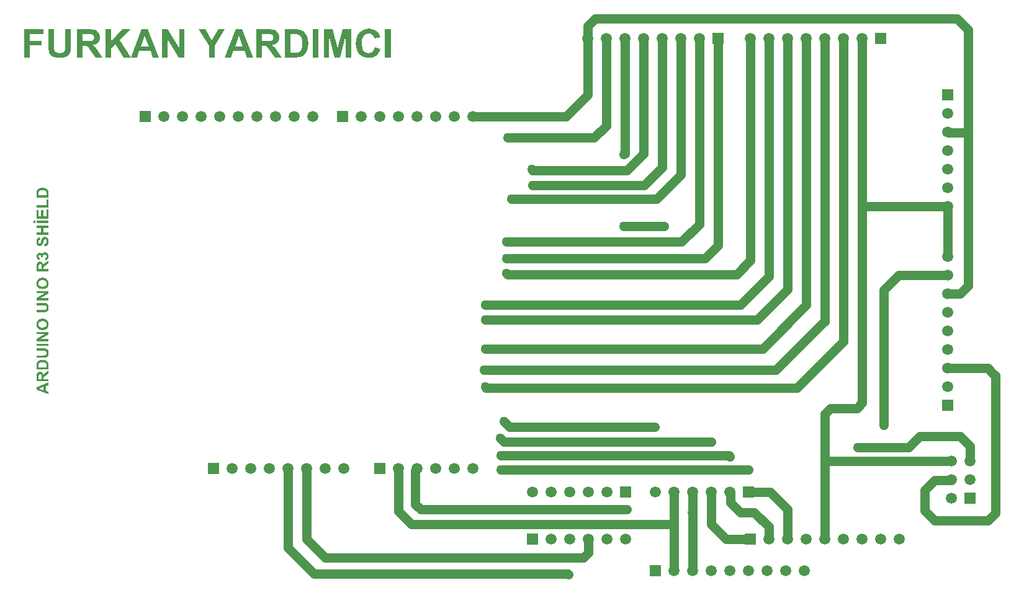
<source format=gtl>
G04*
G04 #@! TF.GenerationSoftware,Altium Limited,Altium Designer,21.0.9 (235)*
G04*
G04 Layer_Physical_Order=1*
G04 Layer_Color=255*
%FSLAX44Y44*%
%MOMM*%
G71*
G04*
G04 #@! TF.SameCoordinates,4DC3274F-E9D7-49BC-8B51-1643F64A7915*
G04*
G04*
G04 #@! TF.FilePolarity,Positive*
G04*
G01*
G75*
%ADD17C,1.2700*%
%ADD18R,1.5000X1.5000*%
%ADD19C,1.5000*%
%ADD20R,1.5000X1.5000*%
%ADD21C,1.2700*%
G36*
X596959Y893269D02*
X597570Y893214D01*
X598237Y893103D01*
X599014Y892991D01*
X599847Y892825D01*
X600736Y892603D01*
X601681Y892325D01*
X602625Y891992D01*
X603625Y891547D01*
X604569Y891103D01*
X605458Y890547D01*
X606402Y889881D01*
X607236Y889158D01*
X607291D01*
X607347Y889047D01*
X607513Y888881D01*
X607680Y888714D01*
X607902Y888436D01*
X608125Y888103D01*
X608736Y887325D01*
X609347Y886326D01*
X610013Y885103D01*
X610624Y883715D01*
X611180Y882104D01*
X603514Y880271D01*
Y880326D01*
X603458Y880382D01*
Y880548D01*
X603347Y880770D01*
X603181Y881270D01*
X602903Y881937D01*
X602514Y882715D01*
X602014Y883492D01*
X601347Y884270D01*
X600625Y884937D01*
X600514Y884992D01*
X600236Y885214D01*
X599792Y885492D01*
X599181Y885826D01*
X598403Y886159D01*
X597514Y886437D01*
X596515Y886659D01*
X595404Y886714D01*
X595015D01*
X594681Y886659D01*
X594348Y886603D01*
X593904Y886548D01*
X592959Y886326D01*
X591848Y885937D01*
X590682Y885381D01*
X590071Y885048D01*
X589515Y884659D01*
X588960Y884159D01*
X588460Y883604D01*
Y883548D01*
X588349Y883437D01*
X588238Y883270D01*
X588071Y882992D01*
X587849Y882659D01*
X587627Y882270D01*
X587404Y881770D01*
X587182Y881215D01*
X586904Y880548D01*
X586682Y879826D01*
X586460Y878993D01*
X586238Y878104D01*
X586071Y877104D01*
X585960Y876049D01*
X585905Y874882D01*
X585849Y873605D01*
Y873549D01*
Y873271D01*
Y872882D01*
X585905Y872438D01*
Y871827D01*
X586016Y871105D01*
X586071Y870383D01*
X586182Y869549D01*
X586516Y867827D01*
X586960Y866105D01*
X587238Y865272D01*
X587627Y864494D01*
X588015Y863772D01*
X588460Y863161D01*
X588515Y863106D01*
X588571Y863050D01*
X588738Y862884D01*
X588960Y862661D01*
X589515Y862217D01*
X590293Y861661D01*
X591237Y861050D01*
X592404Y860606D01*
X593737Y860217D01*
X594459Y860162D01*
X595237Y860106D01*
X595515D01*
X595737Y860162D01*
X596348Y860217D01*
X597070Y860328D01*
X597848Y860606D01*
X598736Y860939D01*
X599625Y861384D01*
X600514Y862050D01*
X600625Y862161D01*
X600903Y862439D01*
X601292Y862884D01*
X601736Y863550D01*
X602292Y864439D01*
X602792Y865494D01*
X603292Y866772D01*
X603736Y868272D01*
X611291Y865939D01*
Y865883D01*
X611235Y865661D01*
X611124Y865328D01*
X610957Y864883D01*
X610735Y864383D01*
X610513Y863772D01*
X610235Y863106D01*
X609902Y862383D01*
X609124Y860884D01*
X608125Y859328D01*
X606902Y857828D01*
X606236Y857162D01*
X605514Y856551D01*
X605458Y856495D01*
X605347Y856440D01*
X605125Y856273D01*
X604791Y856051D01*
X604403Y855829D01*
X603903Y855606D01*
X603347Y855329D01*
X602736Y855051D01*
X602014Y854718D01*
X601236Y854440D01*
X600403Y854218D01*
X599514Y853996D01*
X598570Y853773D01*
X597514Y853607D01*
X596459Y853551D01*
X595293Y853495D01*
X594959D01*
X594570Y853551D01*
X594015Y853607D01*
X593404Y853662D01*
X592626Y853773D01*
X591793Y853940D01*
X590849Y854162D01*
X589904Y854440D01*
X588904Y854773D01*
X587849Y855218D01*
X586793Y855717D01*
X585738Y856273D01*
X584682Y856995D01*
X583683Y857773D01*
X582738Y858717D01*
X582683Y858773D01*
X582516Y858939D01*
X582294Y859273D01*
X581960Y859662D01*
X581627Y860217D01*
X581183Y860828D01*
X580738Y861606D01*
X580294Y862495D01*
X579850Y863439D01*
X579405Y864494D01*
X578961Y865716D01*
X578628Y866994D01*
X578294Y868327D01*
X578072Y869827D01*
X577905Y871383D01*
X577850Y873049D01*
Y873105D01*
Y873160D01*
Y873493D01*
X577905Y873993D01*
Y874660D01*
X578017Y875438D01*
X578128Y876382D01*
X578239Y877382D01*
X578461Y878549D01*
X578739Y879715D01*
X579072Y880937D01*
X579461Y882159D01*
X579961Y883437D01*
X580516Y884659D01*
X581183Y885826D01*
X581905Y886936D01*
X582794Y887992D01*
X582849Y888047D01*
X583016Y888214D01*
X583294Y888492D01*
X583683Y888825D01*
X584183Y889214D01*
X584794Y889659D01*
X585460Y890158D01*
X586293Y890658D01*
X587182Y891158D01*
X588126Y891658D01*
X589238Y892103D01*
X590349Y892492D01*
X591626Y892825D01*
X592904Y893103D01*
X594348Y893269D01*
X595792Y893325D01*
X596459D01*
X596959Y893269D01*
D02*
G37*
G36*
X385203Y870272D02*
Y854162D01*
X377426D01*
Y870327D01*
X363372Y892603D01*
X372427D01*
X381481Y877382D01*
X390314Y892603D01*
X399257D01*
X385203Y870272D01*
D02*
G37*
G36*
X255550Y877604D02*
X270826Y854162D01*
X260772D01*
X250162Y872216D01*
X243884Y865772D01*
Y854162D01*
X236108D01*
Y892603D01*
X243884D01*
Y875493D01*
X259661Y892603D01*
X270104D01*
X255550Y877604D01*
D02*
G37*
G36*
X344207Y854162D02*
X336430D01*
X320821Y879493D01*
Y854162D01*
X313655D01*
Y892603D01*
X321154D01*
X337041Y866716D01*
Y892603D01*
X344207D01*
Y854162D01*
D02*
G37*
G36*
X571351D02*
X564185D01*
X564129Y884381D01*
X556574Y854162D01*
X549075D01*
X541520Y884381D01*
Y854162D01*
X534354D01*
Y892603D01*
X545964D01*
X552852Y866328D01*
X559685Y892603D01*
X571351D01*
Y854162D01*
D02*
G37*
G36*
X189112Y872327D02*
Y872271D01*
Y872049D01*
Y871660D01*
Y871216D01*
Y870660D01*
X189057Y869994D01*
Y869272D01*
Y868549D01*
X188946Y866939D01*
X188835Y865272D01*
X188779Y864550D01*
X188668Y863828D01*
X188557Y863161D01*
X188446Y862550D01*
Y862495D01*
X188390Y862439D01*
Y862272D01*
X188335Y862106D01*
X188168Y861550D01*
X187946Y860884D01*
X187612Y860106D01*
X187224Y859328D01*
X186724Y858495D01*
X186113Y857717D01*
X186057Y857606D01*
X185835Y857384D01*
X185446Y857051D01*
X184946Y856606D01*
X184279Y856106D01*
X183502Y855606D01*
X182613Y855051D01*
X181613Y854606D01*
X181558D01*
X181502Y854551D01*
X181335Y854495D01*
X181113Y854440D01*
X180835Y854329D01*
X180502Y854218D01*
X180058Y854107D01*
X179613Y854051D01*
X178558Y853829D01*
X177280Y853607D01*
X175836Y853495D01*
X174225Y853440D01*
X173336D01*
X172836Y853495D01*
X172336D01*
X171725Y853551D01*
X171114Y853607D01*
X169781Y853718D01*
X168392Y853940D01*
X167003Y854273D01*
X166392Y854440D01*
X165837Y854662D01*
X165781D01*
X165726Y854718D01*
X165393Y854884D01*
X164837Y855162D01*
X164226Y855551D01*
X163504Y856051D01*
X162726Y856606D01*
X162004Y857273D01*
X161337Y857995D01*
X161282Y858106D01*
X161060Y858328D01*
X160782Y858773D01*
X160449Y859328D01*
X160115Y859939D01*
X159726Y860661D01*
X159449Y861439D01*
X159171Y862272D01*
Y862328D01*
X159115Y862439D01*
Y862606D01*
X159060Y862884D01*
X159004Y863217D01*
X158949Y863661D01*
X158893Y864161D01*
X158838Y864717D01*
X158727Y865383D01*
X158671Y866105D01*
X158616Y866883D01*
X158560Y867772D01*
X158504Y868716D01*
Y869772D01*
X158449Y870883D01*
Y872049D01*
Y892603D01*
X166226D01*
Y871716D01*
Y871660D01*
Y871494D01*
Y871272D01*
Y870938D01*
Y870494D01*
Y870049D01*
X166281Y869050D01*
Y867939D01*
X166337Y866883D01*
X166392Y866383D01*
Y865939D01*
X166448Y865605D01*
X166504Y865272D01*
Y865161D01*
X166615Y864883D01*
X166781Y864439D01*
X167003Y863883D01*
X167281Y863272D01*
X167726Y862661D01*
X168226Y861995D01*
X168837Y861439D01*
X168948Y861384D01*
X169170Y861217D01*
X169614Y860995D01*
X170170Y860773D01*
X170947Y860495D01*
X171836Y860273D01*
X172836Y860106D01*
X174003Y860050D01*
X174558D01*
X175114Y860106D01*
X175836Y860217D01*
X176669Y860384D01*
X177447Y860606D01*
X178280Y860939D01*
X178947Y861384D01*
X179002Y861439D01*
X179224Y861606D01*
X179502Y861884D01*
X179835Y862272D01*
X180169Y862772D01*
X180502Y863328D01*
X180780Y863939D01*
X180947Y864661D01*
Y864772D01*
X181002Y865050D01*
X181058Y865550D01*
X181169Y866217D01*
Y866661D01*
X181224Y867161D01*
Y867716D01*
X181280Y868272D01*
Y868938D01*
X181335Y869660D01*
Y870438D01*
Y871272D01*
Y892603D01*
X189112D01*
Y872327D01*
D02*
G37*
G36*
X625512Y854162D02*
X617735D01*
Y892603D01*
X625512D01*
Y854162D01*
D02*
G37*
G36*
X527022D02*
X519245D01*
Y892603D01*
X527022D01*
Y854162D01*
D02*
G37*
G36*
X496525Y892547D02*
X497580Y892492D01*
X498747Y892436D01*
X499969Y892269D01*
X501135Y892103D01*
X502191Y891825D01*
X502247D01*
X502358Y891769D01*
X502524Y891714D01*
X502747Y891658D01*
X503413Y891380D01*
X504191Y890992D01*
X505080Y890492D01*
X506079Y889881D01*
X507024Y889158D01*
X507968Y888270D01*
X508024D01*
X508079Y888159D01*
X508357Y887825D01*
X508801Y887270D01*
X509301Y886548D01*
X509912Y885659D01*
X510523Y884603D01*
X511134Y883381D01*
X511634Y882048D01*
Y881993D01*
X511690Y881881D01*
X511746Y881659D01*
X511857Y881382D01*
X511912Y881048D01*
X512023Y880604D01*
X512134Y880104D01*
X512301Y879548D01*
X512412Y878937D01*
X512523Y878215D01*
X512634Y877493D01*
X512690Y876660D01*
X512857Y874938D01*
X512912Y872993D01*
Y872938D01*
Y872771D01*
Y872549D01*
Y872216D01*
X512857Y871771D01*
Y871327D01*
X512801Y870771D01*
X512746Y870161D01*
X512634Y868883D01*
X512412Y867550D01*
X512079Y866161D01*
X511690Y864828D01*
Y864772D01*
X511634Y864661D01*
X511523Y864439D01*
X511412Y864106D01*
X511301Y863772D01*
X511079Y863383D01*
X510635Y862383D01*
X510079Y861328D01*
X509357Y860162D01*
X508524Y859051D01*
X507579Y857995D01*
X507468Y857884D01*
X507191Y857662D01*
X506746Y857328D01*
X506135Y856884D01*
X505357Y856384D01*
X504468Y855884D01*
X503358Y855384D01*
X502135Y854940D01*
X502080D01*
X502024Y854884D01*
X501858D01*
X501691Y854829D01*
X501080Y854718D01*
X500302Y854551D01*
X499358Y854384D01*
X498191Y854273D01*
X496803Y854218D01*
X495303Y854162D01*
X480749D01*
Y892603D01*
X496081D01*
X496525Y892547D01*
D02*
G37*
G36*
X459807D02*
X460418D01*
X461029Y892492D01*
X461751D01*
X463195Y892325D01*
X464695Y892158D01*
X466084Y891880D01*
X466695Y891714D01*
X467250Y891547D01*
X467306D01*
X467361Y891492D01*
X467695Y891325D01*
X468195Y891047D01*
X468861Y890714D01*
X469583Y890158D01*
X470305Y889547D01*
X471028Y888770D01*
X471694Y887825D01*
Y887770D01*
X471750Y887714D01*
X471861Y887548D01*
X471972Y887381D01*
X472250Y886825D01*
X472583Y886103D01*
X472861Y885214D01*
X473138Y884215D01*
X473361Y883048D01*
X473416Y881826D01*
Y881770D01*
Y881659D01*
Y881382D01*
X473361Y881104D01*
Y880715D01*
X473305Y880326D01*
X473083Y879326D01*
X472805Y878160D01*
X472361Y876993D01*
X471694Y875771D01*
X471305Y875216D01*
X470861Y874660D01*
X470805Y874604D01*
X470750Y874549D01*
X470583Y874382D01*
X470361Y874216D01*
X470139Y873993D01*
X469805Y873716D01*
X469417Y873438D01*
X468972Y873160D01*
X468472Y872827D01*
X467861Y872549D01*
X467250Y872271D01*
X466584Y871994D01*
X465806Y871716D01*
X465028Y871494D01*
X464195Y871272D01*
X463251Y871105D01*
X463306D01*
X463362Y871049D01*
X463695Y870827D01*
X464139Y870549D01*
X464695Y870161D01*
X465362Y869660D01*
X466028Y869161D01*
X466750Y868549D01*
X467361Y867883D01*
X467417Y867827D01*
X467695Y867550D01*
X468028Y867105D01*
X468528Y866439D01*
X469194Y865605D01*
X469528Y865050D01*
X469917Y864494D01*
X470361Y863883D01*
X470805Y863217D01*
X471305Y862439D01*
X471805Y861661D01*
X476527Y854162D01*
X467195D01*
X461640Y862495D01*
X461584Y862550D01*
X461529Y862717D01*
X461362Y862939D01*
X461140Y863217D01*
X460918Y863550D01*
X460640Y863995D01*
X460029Y864883D01*
X459306Y865883D01*
X458640Y866772D01*
X458029Y867605D01*
X457751Y867883D01*
X457529Y868161D01*
X457473Y868216D01*
X457362Y868327D01*
X457140Y868549D01*
X456862Y868827D01*
X456474Y869050D01*
X456085Y869327D01*
X455640Y869549D01*
X455196Y869772D01*
X455140D01*
X454974Y869827D01*
X454696Y869938D01*
X454252Y869994D01*
X453696Y870105D01*
X453029Y870161D01*
X452252Y870216D01*
X449752D01*
Y854162D01*
X441975D01*
Y892603D01*
X459306D01*
X459807Y892547D01*
D02*
G37*
G36*
X437809Y854162D02*
X429421D01*
X426088Y862884D01*
X410645D01*
X407479Y854162D01*
X399257D01*
X414145Y892603D01*
X422366D01*
X437809Y854162D01*
D02*
G37*
G36*
X309489D02*
X301101D01*
X297768Y862884D01*
X282325D01*
X279158Y854162D01*
X270937D01*
X285825Y892603D01*
X294046D01*
X309489Y854162D01*
D02*
G37*
G36*
X215165Y892547D02*
X215776D01*
X216387Y892492D01*
X217109D01*
X218554Y892325D01*
X220054Y892158D01*
X221442Y891880D01*
X222053Y891714D01*
X222609Y891547D01*
X222664D01*
X222720Y891492D01*
X223053Y891325D01*
X223553Y891047D01*
X224220Y890714D01*
X224942Y890158D01*
X225664Y889547D01*
X226386Y888770D01*
X227053Y887825D01*
Y887770D01*
X227108Y887714D01*
X227220Y887548D01*
X227331Y887381D01*
X227608Y886825D01*
X227942Y886103D01*
X228219Y885214D01*
X228497Y884215D01*
X228719Y883048D01*
X228775Y881826D01*
Y881770D01*
Y881659D01*
Y881382D01*
X228719Y881104D01*
Y880715D01*
X228664Y880326D01*
X228442Y879326D01*
X228164Y878160D01*
X227719Y876993D01*
X227053Y875771D01*
X226664Y875216D01*
X226220Y874660D01*
X226164Y874604D01*
X226108Y874549D01*
X225942Y874382D01*
X225720Y874216D01*
X225497Y873993D01*
X225164Y873716D01*
X224775Y873438D01*
X224331Y873160D01*
X223831Y872827D01*
X223220Y872549D01*
X222609Y872271D01*
X221942Y871994D01*
X221165Y871716D01*
X220387Y871494D01*
X219554Y871272D01*
X218609Y871105D01*
X218665D01*
X218720Y871049D01*
X219054Y870827D01*
X219498Y870549D01*
X220054Y870161D01*
X220720Y869660D01*
X221387Y869161D01*
X222109Y868549D01*
X222720Y867883D01*
X222775Y867827D01*
X223053Y867550D01*
X223386Y867105D01*
X223887Y866439D01*
X224553Y865605D01*
X224886Y865050D01*
X225275Y864494D01*
X225720Y863883D01*
X226164Y863217D01*
X226664Y862439D01*
X227164Y861661D01*
X231886Y854162D01*
X222553D01*
X216998Y862495D01*
X216943Y862550D01*
X216887Y862717D01*
X216721Y862939D01*
X216498Y863217D01*
X216276Y863550D01*
X215998Y863995D01*
X215387Y864883D01*
X214665Y865883D01*
X213999Y866772D01*
X213388Y867605D01*
X213110Y867883D01*
X212888Y868161D01*
X212832Y868216D01*
X212721Y868327D01*
X212499Y868549D01*
X212221Y868827D01*
X211832Y869050D01*
X211443Y869327D01*
X210999Y869549D01*
X210555Y869772D01*
X210499D01*
X210332Y869827D01*
X210055Y869938D01*
X209610Y869994D01*
X209055Y870105D01*
X208388Y870161D01*
X207610Y870216D01*
X205111D01*
Y854162D01*
X197334D01*
Y892603D01*
X214665D01*
X215165Y892547D01*
D02*
G37*
G36*
X152116Y886103D02*
X133507D01*
Y876993D01*
X149561D01*
Y870494D01*
X133507D01*
Y854162D01*
X125730D01*
Y892603D01*
X152116D01*
Y886103D01*
D02*
G37*
G36*
X150628Y676001D02*
X150697D01*
X150790D01*
X150929D01*
X151114Y675977D01*
X151299D01*
X151531Y675954D01*
X151785Y675931D01*
X152317Y675885D01*
X152873Y675792D01*
X153451Y675654D01*
X154006Y675492D01*
X154030D01*
X154076Y675469D01*
X154168Y675422D01*
X154307Y675376D01*
X154446Y675330D01*
X154608Y675237D01*
X155024Y675052D01*
X155464Y674821D01*
X155950Y674520D01*
X156413Y674173D01*
X156853Y673779D01*
X156899Y673733D01*
X156991Y673617D01*
X157130Y673432D01*
X157315Y673178D01*
X157524Y672854D01*
X157732Y672484D01*
X157940Y672021D01*
X158125Y671512D01*
Y671488D01*
X158148Y671465D01*
Y671396D01*
X158172Y671327D01*
X158218Y671072D01*
X158287Y670748D01*
X158357Y670355D01*
X158403Y669869D01*
X158426Y669290D01*
X158449Y668665D01*
Y662603D01*
X142437D01*
Y668989D01*
X142460Y669175D01*
X142483Y669614D01*
X142506Y670100D01*
X142576Y670609D01*
X142645Y671095D01*
X142761Y671535D01*
Y671558D01*
X142784Y671604D01*
X142807Y671674D01*
X142830Y671766D01*
X142946Y672044D01*
X143108Y672368D01*
X143316Y672738D01*
X143570Y673155D01*
X143871Y673548D01*
X144242Y673941D01*
Y673964D01*
X144288Y673988D01*
X144427Y674103D01*
X144658Y674288D01*
X144959Y674497D01*
X145329Y674751D01*
X145769Y675006D01*
X146278Y675260D01*
X146833Y675469D01*
X146856D01*
X146903Y675492D01*
X146995Y675515D01*
X147111Y675561D01*
X147250Y675584D01*
X147435Y675630D01*
X147643Y675677D01*
X147874Y675746D01*
X148129Y675792D01*
X148430Y675839D01*
X148731Y675885D01*
X149078Y675908D01*
X149795Y675977D01*
X150605Y676001D01*
X150628D01*
D02*
G37*
G36*
X158449Y660289D02*
Y648997D01*
X142552D01*
Y652236D01*
X155742D01*
Y660289D01*
X158449D01*
D02*
G37*
G36*
Y646174D02*
Y634003D01*
X142437D01*
Y645873D01*
X145144D01*
Y637242D01*
X148684D01*
Y645272D01*
X151392D01*
Y637242D01*
X155742D01*
Y646174D01*
X158449D01*
D02*
G37*
G36*
X140979Y630809D02*
Y627801D01*
X138063D01*
Y630809D01*
X140979D01*
D02*
G37*
G36*
X158449Y630902D02*
Y627663D01*
X142437D01*
Y630902D01*
X158449D01*
D02*
G37*
G36*
Y624423D02*
Y621183D01*
X151438D01*
Y614866D01*
X158449D01*
Y611627D01*
X142437D01*
Y614866D01*
X148731D01*
Y621183D01*
X142437D01*
Y624423D01*
X158449D01*
D02*
G37*
G36*
X153821Y608873D02*
X153868D01*
X153937D01*
X154030D01*
X154145Y608850D01*
X154307Y608827D01*
X154631Y608781D01*
X155048Y608688D01*
X155487Y608549D01*
X155927Y608341D01*
X156390Y608087D01*
X156413D01*
X156436Y608040D01*
X156575Y607948D01*
X156806Y607763D01*
X157061Y607531D01*
X157362Y607230D01*
X157639Y606837D01*
X157917Y606421D01*
X158172Y605911D01*
Y605888D01*
X158195Y605842D01*
X158218Y605773D01*
X158264Y605657D01*
X158310Y605518D01*
X158357Y605356D01*
X158403Y605171D01*
X158449Y604963D01*
X158519Y604708D01*
X158565Y604454D01*
X158657Y603852D01*
X158727Y603181D01*
X158750Y602440D01*
Y602140D01*
X158727Y601931D01*
X158704Y601677D01*
X158681Y601399D01*
X158634Y601075D01*
X158565Y600728D01*
X158403Y599965D01*
X158287Y599571D01*
X158172Y599201D01*
X158010Y598808D01*
X157824Y598437D01*
X157616Y598090D01*
X157362Y597766D01*
X157338Y597743D01*
X157292Y597697D01*
X157223Y597604D01*
X157107Y597512D01*
X156945Y597373D01*
X156760Y597234D01*
X156552Y597072D01*
X156320Y596910D01*
X156043Y596748D01*
X155742Y596586D01*
X155395Y596424D01*
X155024Y596262D01*
X154631Y596147D01*
X154192Y596008D01*
X153729Y595915D01*
X153243Y595846D01*
X152942Y598993D01*
X152965D01*
X153011Y599016D01*
X153104D01*
X153196Y599039D01*
X153474Y599132D01*
X153821Y599247D01*
X154215Y599386D01*
X154608Y599594D01*
X154955Y599826D01*
X155279Y600127D01*
X155302Y600173D01*
X155395Y600289D01*
X155511Y600474D01*
X155649Y600751D01*
X155788Y601098D01*
X155904Y601492D01*
X155996Y601955D01*
X156019Y602487D01*
Y602741D01*
X155973Y603019D01*
X155927Y603366D01*
X155857Y603736D01*
X155742Y604130D01*
X155580Y604500D01*
X155372Y604824D01*
X155349Y604870D01*
X155256Y604963D01*
X155117Y605078D01*
X154932Y605240D01*
X154701Y605379D01*
X154423Y605518D01*
X154145Y605611D01*
X153821Y605634D01*
X153798D01*
X153729D01*
X153613Y605611D01*
X153474Y605588D01*
X153335Y605541D01*
X153173Y605495D01*
X153011Y605402D01*
X152849Y605287D01*
X152826Y605263D01*
X152780Y605217D01*
X152711Y605148D01*
X152618Y605032D01*
X152502Y604870D01*
X152387Y604662D01*
X152271Y604431D01*
X152155Y604130D01*
Y604107D01*
X152109Y604014D01*
X152063Y603852D01*
X152016Y603736D01*
X151993Y603597D01*
X151947Y603436D01*
X151878Y603250D01*
X151831Y603042D01*
X151762Y602811D01*
X151692Y602533D01*
X151623Y602232D01*
X151531Y601908D01*
X151438Y601538D01*
Y601515D01*
X151415Y601422D01*
X151369Y601284D01*
X151322Y601122D01*
X151253Y600913D01*
X151183Y600659D01*
X151091Y600404D01*
X150998Y600103D01*
X150767Y599502D01*
X150489Y598923D01*
X150350Y598623D01*
X150188Y598368D01*
X150026Y598114D01*
X149864Y597905D01*
X149841Y597882D01*
X149795Y597836D01*
X149726Y597766D01*
X149633Y597674D01*
X149494Y597558D01*
X149332Y597442D01*
X149170Y597304D01*
X148962Y597188D01*
X148476Y596910D01*
X147921Y596679D01*
X147620Y596586D01*
X147319Y596517D01*
X146972Y596471D01*
X146625Y596447D01*
X146602D01*
X146579D01*
X146509D01*
X146417D01*
X146185Y596494D01*
X145885Y596540D01*
X145537Y596609D01*
X145144Y596725D01*
X144727Y596887D01*
X144334Y597118D01*
X144311D01*
X144288Y597142D01*
X144149Y597257D01*
X143964Y597396D01*
X143733Y597627D01*
X143478Y597905D01*
X143200Y598252D01*
X142946Y598646D01*
X142714Y599109D01*
Y599132D01*
X142691Y599178D01*
X142668Y599247D01*
X142622Y599340D01*
X142576Y599479D01*
X142529Y599618D01*
X142483Y599803D01*
X142414Y600011D01*
X142321Y600474D01*
X142228Y601006D01*
X142159Y601608D01*
X142136Y602279D01*
Y602556D01*
X142159Y602765D01*
X142182Y603019D01*
X142205Y603320D01*
X142252Y603621D01*
X142298Y603968D01*
X142460Y604708D01*
X142576Y605078D01*
X142691Y605449D01*
X142853Y605819D01*
X143038Y606166D01*
X143247Y606490D01*
X143478Y606791D01*
X143501Y606814D01*
X143547Y606860D01*
X143617Y606930D01*
X143709Y607022D01*
X143848Y607138D01*
X144010Y607277D01*
X144195Y607416D01*
X144403Y607578D01*
X144658Y607716D01*
X144913Y607855D01*
X145213Y607994D01*
X145537Y608110D01*
X145861Y608225D01*
X146232Y608318D01*
X146602Y608387D01*
X147018Y608410D01*
X147134Y605171D01*
X147111D01*
X147088D01*
X146926Y605125D01*
X146718Y605078D01*
X146463Y604986D01*
X146162Y604870D01*
X145885Y604708D01*
X145607Y604500D01*
X145375Y604268D01*
X145352Y604245D01*
X145283Y604153D01*
X145190Y603991D01*
X145098Y603759D01*
X145005Y603482D01*
X144913Y603135D01*
X144843Y602718D01*
X144820Y602232D01*
Y602001D01*
X144843Y601746D01*
X144889Y601446D01*
X144959Y601098D01*
X145075Y600728D01*
X145213Y600381D01*
X145422Y600057D01*
X145445Y600034D01*
X145491Y599988D01*
X145561Y599895D01*
X145676Y599803D01*
X145815Y599710D01*
X146000Y599618D01*
X146185Y599571D01*
X146417Y599548D01*
X146440D01*
X146509D01*
X146625Y599571D01*
X146741Y599618D01*
X146903Y599664D01*
X147065Y599733D01*
X147227Y599849D01*
X147388Y600011D01*
X147412Y600034D01*
X147481Y600150D01*
X147527Y600219D01*
X147574Y600335D01*
X147643Y600451D01*
X147712Y600612D01*
X147782Y600798D01*
X147874Y601006D01*
X147967Y601260D01*
X148060Y601515D01*
X148152Y601839D01*
X148245Y602186D01*
X148337Y602556D01*
X148453Y602973D01*
Y602996D01*
X148476Y603088D01*
X148499Y603204D01*
X148546Y603366D01*
X148592Y603551D01*
X148661Y603783D01*
X148731Y604037D01*
X148800Y604292D01*
X148985Y604847D01*
X149170Y605425D01*
X149378Y605981D01*
X149494Y606212D01*
X149610Y606444D01*
Y606467D01*
X149633Y606490D01*
X149726Y606629D01*
X149864Y606837D01*
X150050Y607091D01*
X150281Y607369D01*
X150559Y607670D01*
X150883Y607971D01*
X151253Y608225D01*
X151299Y608248D01*
X151438Y608318D01*
X151646Y608434D01*
X151947Y608549D01*
X152317Y608665D01*
X152757Y608781D01*
X153243Y608850D01*
X153798Y608873D01*
X153821D01*
D02*
G37*
G36*
X153682Y587863D02*
X153752D01*
X153868D01*
X154006Y587840D01*
X154192Y587816D01*
X154400Y587770D01*
X154654Y587724D01*
X154909Y587678D01*
X155464Y587492D01*
X155765Y587354D01*
X156089Y587215D01*
X156390Y587030D01*
X156691Y586821D01*
X156991Y586590D01*
X157269Y586312D01*
X157292Y586289D01*
X157338Y586243D01*
X157408Y586150D01*
X157500Y586035D01*
X157616Y585873D01*
X157732Y585711D01*
X157871Y585479D01*
X158010Y585248D01*
X158148Y584993D01*
X158287Y584693D01*
X158403Y584369D01*
X158519Y584045D01*
X158611Y583675D01*
X158681Y583304D01*
X158727Y582888D01*
X158750Y582471D01*
Y582263D01*
X158727Y582101D01*
X158704Y581916D01*
X158681Y581708D01*
X158634Y581476D01*
X158588Y581199D01*
X158449Y580643D01*
X158218Y580042D01*
X158079Y579718D01*
X157917Y579440D01*
X157709Y579139D01*
X157500Y578862D01*
X157477Y578838D01*
X157431Y578792D01*
X157362Y578723D01*
X157269Y578630D01*
X157153Y578514D01*
X156991Y578399D01*
X156829Y578260D01*
X156621Y578121D01*
X156390Y577982D01*
X156158Y577820D01*
X155603Y577566D01*
X154955Y577357D01*
X154608Y577265D01*
X154238Y577219D01*
X153868Y580180D01*
X153891D01*
X153914D01*
X154053Y580204D01*
X154261Y580250D01*
X154515Y580319D01*
X154793Y580435D01*
X155094Y580551D01*
X155372Y580736D01*
X155626Y580944D01*
X155649Y580967D01*
X155719Y581060D01*
X155811Y581199D01*
X155904Y581361D01*
X156019Y581592D01*
X156112Y581847D01*
X156181Y582124D01*
X156205Y582448D01*
Y582494D01*
X156181Y582610D01*
X156158Y582772D01*
X156112Y583003D01*
X156019Y583258D01*
X155904Y583512D01*
X155719Y583790D01*
X155487Y584045D01*
X155464Y584068D01*
X155349Y584160D01*
X155187Y584253D01*
X154978Y584392D01*
X154701Y584507D01*
X154354Y584623D01*
X153960Y584693D01*
X153520Y584716D01*
X153497D01*
X153474D01*
X153335D01*
X153127Y584693D01*
X152849Y584646D01*
X152549Y584554D01*
X152248Y584438D01*
X151947Y584276D01*
X151669Y584068D01*
X151646Y584045D01*
X151554Y583952D01*
X151438Y583813D01*
X151322Y583651D01*
X151183Y583420D01*
X151091Y583165D01*
X150998Y582888D01*
X150975Y582564D01*
Y582332D01*
X150998Y582170D01*
X151021Y581962D01*
X151068Y581708D01*
X151137Y581453D01*
X151207Y581152D01*
X148731Y581476D01*
Y581684D01*
X148708Y581916D01*
X148684Y582194D01*
X148615Y582494D01*
X148522Y582818D01*
X148384Y583119D01*
X148198Y583397D01*
X148175Y583420D01*
X148083Y583512D01*
X147967Y583605D01*
X147782Y583744D01*
X147574Y583860D01*
X147319Y583975D01*
X147018Y584045D01*
X146671Y584068D01*
X146625D01*
X146532D01*
X146393Y584045D01*
X146208Y583998D01*
X146000Y583952D01*
X145792Y583860D01*
X145561Y583744D01*
X145375Y583582D01*
X145352Y583559D01*
X145306Y583489D01*
X145213Y583397D01*
X145121Y583235D01*
X145051Y583050D01*
X144959Y582841D01*
X144913Y582564D01*
X144889Y582286D01*
Y582147D01*
X144913Y582008D01*
X144959Y581823D01*
X145028Y581615D01*
X145121Y581384D01*
X145260Y581152D01*
X145445Y580944D01*
X145468Y580921D01*
X145537Y580852D01*
X145676Y580759D01*
X145861Y580643D01*
X146070Y580527D01*
X146347Y580435D01*
X146671Y580342D01*
X147041Y580273D01*
X146579Y577450D01*
X146556D01*
X146509Y577473D01*
X146440D01*
X146324Y577496D01*
X146070Y577566D01*
X145723Y577658D01*
X145352Y577797D01*
X144959Y577936D01*
X144589Y578121D01*
X144242Y578329D01*
X144195Y578352D01*
X144103Y578445D01*
X143941Y578584D01*
X143733Y578769D01*
X143524Y579000D01*
X143293Y579278D01*
X143062Y579625D01*
X142853Y579995D01*
Y580018D01*
X142830Y580042D01*
X142784Y580180D01*
X142691Y580412D01*
X142599Y580690D01*
X142506Y581037D01*
X142414Y581453D01*
X142367Y581893D01*
X142344Y582379D01*
Y582587D01*
X142367Y582749D01*
X142390Y582957D01*
X142414Y583165D01*
X142460Y583420D01*
X142529Y583675D01*
X142691Y584253D01*
X142807Y584554D01*
X142969Y584878D01*
X143131Y585178D01*
X143316Y585456D01*
X143547Y585757D01*
X143802Y586012D01*
X143825Y586035D01*
X143848Y586058D01*
X143918Y586127D01*
X144010Y586197D01*
X144242Y586382D01*
X144565Y586590D01*
X144959Y586798D01*
X145422Y586960D01*
X145931Y587099D01*
X146185Y587122D01*
X146463Y587145D01*
X146486D01*
X146556D01*
X146671Y587122D01*
X146810Y587099D01*
X146995Y587076D01*
X147203Y587030D01*
X147435Y586960D01*
X147689Y586868D01*
X147944Y586729D01*
X148222Y586590D01*
X148499Y586405D01*
X148777Y586174D01*
X149055Y585896D01*
X149332Y585595D01*
X149587Y585248D01*
X149841Y584831D01*
Y584855D01*
X149864Y584901D01*
Y584970D01*
X149911Y585063D01*
X149980Y585317D01*
X150119Y585618D01*
X150304Y585965D01*
X150535Y586335D01*
X150836Y586706D01*
X151183Y587030D01*
X151230Y587076D01*
X151369Y587169D01*
X151577Y587284D01*
X151878Y587446D01*
X152225Y587608D01*
X152664Y587724D01*
X153127Y587816D01*
X153659Y587863D01*
X153682D01*
D02*
G37*
G36*
X158449Y572382D02*
X154978Y570069D01*
X154955Y570045D01*
X154886Y570022D01*
X154793Y569953D01*
X154677Y569860D01*
X154539Y569768D01*
X154354Y569652D01*
X153983Y569398D01*
X153567Y569097D01*
X153196Y568819D01*
X152849Y568564D01*
X152734Y568449D01*
X152618Y568356D01*
X152595Y568333D01*
X152549Y568287D01*
X152456Y568194D01*
X152340Y568078D01*
X152248Y567916D01*
X152132Y567755D01*
X152039Y567570D01*
X151947Y567384D01*
Y567361D01*
X151924Y567292D01*
X151878Y567176D01*
X151854Y566991D01*
X151808Y566760D01*
X151785Y566482D01*
X151762Y566158D01*
Y565117D01*
X158449D01*
X158449Y561877D01*
X142437D01*
X142437Y569097D01*
X142460Y569305D01*
Y569559D01*
X142483Y569814D01*
Y570115D01*
X142552Y570716D01*
X142622Y571341D01*
X142738Y571920D01*
X142807Y572174D01*
X142876Y572406D01*
Y572429D01*
X142900Y572452D01*
X142969Y572591D01*
X143085Y572799D01*
X143223Y573077D01*
X143455Y573377D01*
X143709Y573678D01*
X144033Y573979D01*
X144427Y574257D01*
X144450D01*
X144473Y574280D01*
X144542Y574326D01*
X144612Y574372D01*
X144843Y574488D01*
X145144Y574627D01*
X145514Y574743D01*
X145931Y574858D01*
X146417Y574951D01*
X146926Y574974D01*
X146949D01*
X146995D01*
X147111D01*
X147227Y574951D01*
X147388D01*
X147550Y574928D01*
X147967Y574835D01*
X148453Y574720D01*
X148939Y574534D01*
X149448Y574257D01*
X149679Y574095D01*
X149911Y573910D01*
X149934Y573886D01*
X149957Y573863D01*
X150026Y573794D01*
X150096Y573701D01*
X150188Y573609D01*
X150304Y573470D01*
X150420Y573308D01*
X150535Y573123D01*
X150674Y572915D01*
X150790Y572660D01*
X150906Y572406D01*
X151021Y572128D01*
X151137Y571804D01*
X151230Y571480D01*
X151322Y571133D01*
X151392Y570740D01*
Y570763D01*
X151415Y570786D01*
X151507Y570925D01*
X151623Y571110D01*
X151785Y571341D01*
X151993Y571619D01*
X152201Y571897D01*
X152456Y572197D01*
X152734Y572452D01*
X152757Y572475D01*
X152873Y572591D01*
X153058Y572729D01*
X153335Y572938D01*
X153682Y573215D01*
X153914Y573354D01*
X154145Y573516D01*
X154400Y573701D01*
X154677Y573886D01*
X155001Y574095D01*
X155325Y574303D01*
X158449Y576270D01*
Y572382D01*
D02*
G37*
G36*
X150512Y553107D02*
X150628D01*
X150836Y553084D01*
X151114D01*
X151438Y553038D01*
X151808Y552992D01*
X152248Y552922D01*
X152687Y552853D01*
X153173Y552737D01*
X153682Y552598D01*
X154192Y552413D01*
X154701Y552205D01*
X155187Y551973D01*
X155672Y551673D01*
X156135Y551349D01*
X156575Y550979D01*
X156598Y550955D01*
X156667Y550886D01*
X156783Y550770D01*
X156922Y550585D01*
X157084Y550377D01*
X157269Y550122D01*
X157454Y549822D01*
X157662Y549498D01*
X157871Y549104D01*
X158056Y548688D01*
X158241Y548225D01*
X158403Y547716D01*
X158542Y547184D01*
X158657Y546605D01*
X158727Y546003D01*
X158750Y545356D01*
Y545194D01*
X158727Y545009D01*
X158704Y544777D01*
X158680Y544476D01*
X158634Y544129D01*
X158565Y543736D01*
X158472Y543319D01*
X158357Y542857D01*
X158218Y542417D01*
X158033Y541931D01*
X157824Y541468D01*
X157593Y540982D01*
X157292Y540543D01*
X156968Y540103D01*
X156575Y539687D01*
X156552Y539663D01*
X156482Y539594D01*
X156343Y539501D01*
X156181Y539362D01*
X155950Y539201D01*
X155672Y539015D01*
X155372Y538830D01*
X155001Y538645D01*
X154608Y538437D01*
X154145Y538252D01*
X153659Y538067D01*
X153127Y537905D01*
X152549Y537766D01*
X151924Y537673D01*
X151253Y537604D01*
X150559Y537581D01*
X150535D01*
X150443D01*
X150327D01*
X150142Y537604D01*
X149934D01*
X149702Y537627D01*
X149425Y537650D01*
X149124Y537673D01*
X148476Y537766D01*
X147782Y537882D01*
X147088Y538067D01*
X146440Y538298D01*
X146417D01*
X146393Y538321D01*
X146324Y538368D01*
X146231Y538391D01*
X146000Y538530D01*
X145699Y538691D01*
X145352Y538900D01*
X145005Y539154D01*
X144612Y539455D01*
X144242Y539779D01*
X144218Y539802D01*
X144195Y539825D01*
X144080Y539941D01*
X143895Y540149D01*
X143686Y540404D01*
X143455Y540705D01*
X143200Y541052D01*
X142969Y541445D01*
X142784Y541862D01*
Y541885D01*
X142761Y541931D01*
X142714Y542024D01*
X142691Y542139D01*
X142622Y542278D01*
X142576Y542440D01*
X142529Y542648D01*
X142460Y542857D01*
X142344Y543366D01*
X142228Y543944D01*
X142159Y544615D01*
X142136Y545309D01*
Y545471D01*
X142159Y545656D01*
Y545888D01*
X142205Y546189D01*
X142252Y546536D01*
X142321Y546929D01*
X142414Y547346D01*
X142529Y547785D01*
X142668Y548248D01*
X142853Y548711D01*
X143061Y549197D01*
X143316Y549660D01*
X143617Y550122D01*
X143964Y550562D01*
X144357Y550979D01*
X144380Y551002D01*
X144450Y551071D01*
X144589Y551187D01*
X144751Y551302D01*
X144982Y551464D01*
X145260Y551650D01*
X145584Y551835D01*
X145954Y552043D01*
X146347Y552251D01*
X146810Y552436D01*
X147319Y552621D01*
X147851Y552783D01*
X148453Y552922D01*
X149078Y553015D01*
X149749Y553084D01*
X150466Y553107D01*
X150512D01*
D02*
G37*
G36*
X158449Y534827D02*
Y531588D01*
X147898Y525085D01*
X158449D01*
Y522100D01*
X142437D01*
Y525224D01*
X153220Y531842D01*
X142437D01*
Y534827D01*
X158449D01*
D02*
G37*
G36*
X150883Y518676D02*
X150906D01*
X150998D01*
X151160D01*
X151345D01*
X151577D01*
X151854Y518653D01*
X152155D01*
X152456D01*
X153127Y518606D01*
X153821Y518560D01*
X154122Y518537D01*
X154423Y518491D01*
X154701Y518445D01*
X154955Y518398D01*
X154978D01*
X155001Y518375D01*
X155071D01*
X155140Y518352D01*
X155372Y518283D01*
X155649Y518190D01*
X155973Y518051D01*
X156297Y517889D01*
X156644Y517681D01*
X156968Y517426D01*
X157015Y517403D01*
X157107Y517311D01*
X157246Y517149D01*
X157431Y516940D01*
X157639Y516663D01*
X157847Y516339D01*
X158079Y515969D01*
X158264Y515552D01*
Y515529D01*
X158287Y515506D01*
X158310Y515436D01*
X158333Y515344D01*
X158380Y515228D01*
X158426Y515089D01*
X158472Y514904D01*
X158495Y514719D01*
X158588Y514279D01*
X158680Y513747D01*
X158727Y513146D01*
X158750Y512475D01*
Y512104D01*
X158727Y511896D01*
Y511688D01*
X158704Y511433D01*
X158680Y511179D01*
X158634Y510623D01*
X158542Y510045D01*
X158403Y509466D01*
X158333Y509212D01*
X158241Y508980D01*
Y508957D01*
X158218Y508934D01*
X158148Y508795D01*
X158033Y508564D01*
X157871Y508309D01*
X157662Y508009D01*
X157431Y507685D01*
X157153Y507384D01*
X156853Y507106D01*
X156806Y507083D01*
X156714Y506991D01*
X156529Y506875D01*
X156297Y506736D01*
X156043Y506597D01*
X155742Y506435D01*
X155418Y506320D01*
X155071Y506204D01*
X155048D01*
X155001Y506181D01*
X154932D01*
X154816Y506157D01*
X154677Y506134D01*
X154492Y506111D01*
X154284Y506088D01*
X154053Y506065D01*
X153775Y506019D01*
X153474Y505995D01*
X153150Y505972D01*
X152780Y505949D01*
X152387Y505926D01*
X151947D01*
X151484Y505903D01*
X150998D01*
X142437D01*
Y509142D01*
X151137D01*
X151160D01*
X151230D01*
X151322D01*
X151461D01*
X151646D01*
X151831D01*
X152248Y509166D01*
X152711D01*
X153150Y509189D01*
X153358Y509212D01*
X153544D01*
X153682Y509235D01*
X153821Y509258D01*
X153868D01*
X153983Y509304D01*
X154168Y509374D01*
X154400Y509466D01*
X154654Y509582D01*
X154909Y509767D01*
X155187Y509976D01*
X155418Y510230D01*
X155441Y510276D01*
X155510Y510369D01*
X155603Y510554D01*
X155695Y510785D01*
X155811Y511109D01*
X155904Y511479D01*
X155973Y511896D01*
X155996Y512382D01*
Y512613D01*
X155973Y512845D01*
X155927Y513146D01*
X155857Y513493D01*
X155765Y513817D01*
X155626Y514164D01*
X155441Y514441D01*
X155418Y514464D01*
X155349Y514557D01*
X155233Y514673D01*
X155071Y514812D01*
X154862Y514950D01*
X154631Y515089D01*
X154377Y515205D01*
X154076Y515274D01*
X154030D01*
X153914Y515298D01*
X153706Y515321D01*
X153428Y515367D01*
X153243D01*
X153034Y515390D01*
X152803D01*
X152572Y515413D01*
X152294D01*
X151993Y515436D01*
X151669D01*
X151322D01*
X142437D01*
Y518676D01*
X150883D01*
D02*
G37*
G36*
X150512Y497179D02*
X150628D01*
X150836Y497156D01*
X151114D01*
X151438Y497110D01*
X151808Y497064D01*
X152248Y496994D01*
X152687Y496925D01*
X153173Y496809D01*
X153682Y496670D01*
X154192Y496485D01*
X154701Y496277D01*
X155187Y496046D01*
X155672Y495745D01*
X156135Y495421D01*
X156575Y495051D01*
X156598Y495027D01*
X156667Y494958D01*
X156783Y494842D01*
X156922Y494657D01*
X157084Y494449D01*
X157269Y494194D01*
X157454Y493894D01*
X157662Y493570D01*
X157871Y493176D01*
X158056Y492760D01*
X158241Y492297D01*
X158403Y491788D01*
X158542Y491256D01*
X158657Y490677D01*
X158727Y490076D01*
X158750Y489428D01*
Y489266D01*
X158727Y489081D01*
X158704Y488849D01*
X158680Y488548D01*
X158634Y488201D01*
X158565Y487808D01*
X158472Y487391D01*
X158357Y486929D01*
X158218Y486489D01*
X158033Y486003D01*
X157824Y485540D01*
X157593Y485054D01*
X157292Y484615D01*
X156968Y484175D01*
X156575Y483759D01*
X156552Y483735D01*
X156482Y483666D01*
X156343Y483573D01*
X156181Y483435D01*
X155950Y483273D01*
X155672Y483088D01*
X155372Y482902D01*
X155001Y482717D01*
X154608Y482509D01*
X154145Y482324D01*
X153659Y482139D01*
X153127Y481977D01*
X152549Y481838D01*
X151924Y481745D01*
X151253Y481676D01*
X150559Y481653D01*
X150535D01*
X150443D01*
X150327D01*
X150142Y481676D01*
X149934D01*
X149702Y481699D01*
X149425Y481722D01*
X149124Y481745D01*
X148476Y481838D01*
X147782Y481954D01*
X147088Y482139D01*
X146440Y482370D01*
X146417D01*
X146393Y482393D01*
X146324Y482440D01*
X146231Y482463D01*
X146000Y482602D01*
X145699Y482764D01*
X145352Y482972D01*
X145005Y483226D01*
X144612Y483527D01*
X144242Y483851D01*
X144218Y483874D01*
X144195Y483897D01*
X144080Y484013D01*
X143895Y484221D01*
X143686Y484476D01*
X143455Y484777D01*
X143200Y485124D01*
X142969Y485517D01*
X142784Y485934D01*
Y485957D01*
X142761Y486003D01*
X142714Y486096D01*
X142691Y486211D01*
X142622Y486350D01*
X142576Y486512D01*
X142529Y486720D01*
X142460Y486929D01*
X142344Y487438D01*
X142228Y488016D01*
X142159Y488687D01*
X142136Y489381D01*
Y489543D01*
X142159Y489729D01*
Y489960D01*
X142205Y490261D01*
X142252Y490608D01*
X142321Y491001D01*
X142414Y491418D01*
X142529Y491857D01*
X142668Y492320D01*
X142853Y492783D01*
X143061Y493269D01*
X143316Y493732D01*
X143617Y494194D01*
X143964Y494634D01*
X144357Y495051D01*
X144380Y495074D01*
X144450Y495143D01*
X144589Y495259D01*
X144751Y495374D01*
X144982Y495536D01*
X145260Y495722D01*
X145584Y495907D01*
X145954Y496115D01*
X146347Y496323D01*
X146810Y496508D01*
X147319Y496693D01*
X147851Y496855D01*
X148453Y496994D01*
X149078Y497087D01*
X149749Y497156D01*
X150466Y497179D01*
X150512D01*
D02*
G37*
G36*
X158449Y478899D02*
Y475660D01*
X147898Y469158D01*
X158449D01*
Y466173D01*
X142437D01*
Y469296D01*
X153220Y475914D01*
X142437D01*
Y478899D01*
X158449D01*
D02*
G37*
G36*
Y463072D02*
Y459832D01*
X142437D01*
Y463072D01*
X158449D01*
D02*
G37*
G36*
X150883Y456524D02*
X150906D01*
X150998D01*
X151160D01*
X151345D01*
X151577D01*
X151854Y456500D01*
X152155D01*
X152456D01*
X153127Y456454D01*
X153821Y456408D01*
X154122Y456385D01*
X154423Y456338D01*
X154701Y456292D01*
X154955Y456246D01*
X154978D01*
X155001Y456223D01*
X155071D01*
X155140Y456199D01*
X155372Y456130D01*
X155649Y456037D01*
X155973Y455899D01*
X156297Y455737D01*
X156644Y455528D01*
X156968Y455274D01*
X157015Y455251D01*
X157107Y455158D01*
X157246Y454996D01*
X157431Y454788D01*
X157639Y454510D01*
X157847Y454186D01*
X158079Y453816D01*
X158264Y453400D01*
Y453377D01*
X158287Y453353D01*
X158310Y453284D01*
X158333Y453191D01*
X158380Y453076D01*
X158426Y452937D01*
X158472Y452752D01*
X158495Y452567D01*
X158588Y452127D01*
X158680Y451595D01*
X158727Y450993D01*
X158750Y450322D01*
Y449952D01*
X158727Y449744D01*
Y449535D01*
X158704Y449281D01*
X158680Y449026D01*
X158634Y448471D01*
X158542Y447892D01*
X158403Y447314D01*
X158333Y447060D01*
X158241Y446828D01*
Y446805D01*
X158218Y446782D01*
X158148Y446643D01*
X158033Y446412D01*
X157871Y446157D01*
X157662Y445856D01*
X157431Y445532D01*
X157153Y445231D01*
X156853Y444954D01*
X156806Y444931D01*
X156714Y444838D01*
X156529Y444722D01*
X156297Y444584D01*
X156043Y444445D01*
X155742Y444283D01*
X155418Y444167D01*
X155071Y444051D01*
X155048D01*
X155001Y444028D01*
X154932D01*
X154816Y444005D01*
X154677Y443982D01*
X154492Y443959D01*
X154284Y443936D01*
X154053Y443913D01*
X153775Y443866D01*
X153474Y443843D01*
X153150Y443820D01*
X152780Y443797D01*
X152387Y443774D01*
X151947D01*
X151484Y443750D01*
X150998D01*
X142437D01*
Y446990D01*
X151137D01*
X151160D01*
X151230D01*
X151322D01*
X151461D01*
X151646D01*
X151831D01*
X152248Y447013D01*
X152711D01*
X153150Y447036D01*
X153358Y447060D01*
X153544D01*
X153682Y447083D01*
X153821Y447106D01*
X153868D01*
X153983Y447152D01*
X154168Y447221D01*
X154400Y447314D01*
X154654Y447430D01*
X154909Y447615D01*
X155187Y447823D01*
X155418Y448078D01*
X155441Y448124D01*
X155510Y448216D01*
X155603Y448401D01*
X155695Y448633D01*
X155811Y448957D01*
X155904Y449327D01*
X155973Y449744D01*
X155996Y450230D01*
Y450461D01*
X155973Y450692D01*
X155927Y450993D01*
X155857Y451340D01*
X155765Y451664D01*
X155626Y452011D01*
X155441Y452289D01*
X155418Y452312D01*
X155349Y452405D01*
X155233Y452520D01*
X155071Y452659D01*
X154862Y452798D01*
X154631Y452937D01*
X154377Y453053D01*
X154076Y453122D01*
X154030D01*
X153914Y453145D01*
X153706Y453168D01*
X153428Y453214D01*
X153243D01*
X153034Y453238D01*
X152803D01*
X152572Y453261D01*
X152294D01*
X151993Y453284D01*
X151669D01*
X151322D01*
X142437D01*
Y456524D01*
X150883D01*
D02*
G37*
G36*
X150628Y441043D02*
X150697D01*
X150790D01*
X150929D01*
X151114Y441020D01*
X151299D01*
X151531Y440997D01*
X151785Y440974D01*
X152317Y440928D01*
X152872Y440835D01*
X153451Y440696D01*
X154006Y440534D01*
X154030D01*
X154076Y440511D01*
X154168Y440465D01*
X154307Y440418D01*
X154446Y440372D01*
X154608Y440280D01*
X155024Y440094D01*
X155464Y439863D01*
X155950Y439562D01*
X156413Y439215D01*
X156853Y438822D01*
X156899Y438776D01*
X156991Y438660D01*
X157130Y438475D01*
X157315Y438220D01*
X157524Y437896D01*
X157732Y437526D01*
X157940Y437063D01*
X158125Y436554D01*
Y436531D01*
X158148Y436508D01*
Y436438D01*
X158172Y436369D01*
X158218Y436115D01*
X158287Y435791D01*
X158357Y435397D01*
X158403Y434911D01*
X158426Y434333D01*
X158449Y433708D01*
Y427645D01*
X142437D01*
Y434032D01*
X142460Y434217D01*
X142483Y434657D01*
X142506Y435143D01*
X142576Y435652D01*
X142645Y436138D01*
X142761Y436577D01*
Y436600D01*
X142784Y436647D01*
X142807Y436716D01*
X142830Y436809D01*
X142946Y437086D01*
X143108Y437410D01*
X143316Y437781D01*
X143570Y438197D01*
X143871Y438590D01*
X144242Y438984D01*
Y439007D01*
X144288Y439030D01*
X144427Y439146D01*
X144658Y439331D01*
X144959Y439539D01*
X145329Y439794D01*
X145769Y440048D01*
X146278Y440303D01*
X146833Y440511D01*
X146856D01*
X146903Y440534D01*
X146995Y440557D01*
X147111Y440604D01*
X147250Y440627D01*
X147435Y440673D01*
X147643Y440719D01*
X147874Y440789D01*
X148129Y440835D01*
X148430Y440881D01*
X148731Y440928D01*
X149078Y440951D01*
X149795Y441020D01*
X150605Y441043D01*
X150628D01*
D02*
G37*
G36*
X158449Y422000D02*
X154978Y419686D01*
X154955Y419662D01*
X154886Y419639D01*
X154793Y419570D01*
X154677Y419477D01*
X154539Y419385D01*
X154354Y419269D01*
X153983Y419015D01*
X153567Y418714D01*
X153196Y418436D01*
X152849Y418181D01*
X152734Y418066D01*
X152618Y417973D01*
X152595Y417950D01*
X152549Y417904D01*
X152456Y417811D01*
X152340Y417696D01*
X152248Y417534D01*
X152132Y417372D01*
X152039Y417187D01*
X151947Y417001D01*
Y416978D01*
X151924Y416909D01*
X151877Y416793D01*
X151854Y416608D01*
X151808Y416377D01*
X151785Y416099D01*
X151762Y415775D01*
Y414734D01*
X158449D01*
Y411494D01*
X142437D01*
Y418714D01*
X142460Y418922D01*
Y419176D01*
X142483Y419431D01*
Y419732D01*
X142552Y420333D01*
X142622Y420958D01*
X142738Y421537D01*
X142807Y421791D01*
X142876Y422023D01*
Y422046D01*
X142900Y422069D01*
X142969Y422208D01*
X143085Y422416D01*
X143223Y422694D01*
X143455Y422994D01*
X143709Y423295D01*
X144033Y423596D01*
X144427Y423874D01*
X144450D01*
X144473Y423897D01*
X144542Y423943D01*
X144612Y423989D01*
X144843Y424105D01*
X145144Y424244D01*
X145514Y424360D01*
X145931Y424475D01*
X146417Y424568D01*
X146926Y424591D01*
X146949D01*
X146995D01*
X147111D01*
X147226Y424568D01*
X147388D01*
X147550Y424545D01*
X147967Y424452D01*
X148453Y424337D01*
X148939Y424151D01*
X149448Y423874D01*
X149679Y423712D01*
X149911Y423527D01*
X149934Y423503D01*
X149957Y423480D01*
X150026Y423411D01*
X150096Y423318D01*
X150188Y423226D01*
X150304Y423087D01*
X150420Y422925D01*
X150535Y422740D01*
X150674Y422532D01*
X150790Y422277D01*
X150906Y422023D01*
X151021Y421745D01*
X151137Y421421D01*
X151230Y421097D01*
X151322Y420750D01*
X151392Y420357D01*
Y420380D01*
X151415Y420403D01*
X151507Y420542D01*
X151623Y420727D01*
X151785Y420958D01*
X151993Y421236D01*
X152201Y421514D01*
X152456Y421814D01*
X152734Y422069D01*
X152757Y422092D01*
X152872Y422208D01*
X153058Y422347D01*
X153335Y422555D01*
X153682Y422832D01*
X153914Y422971D01*
X154145Y423133D01*
X154400Y423318D01*
X154677Y423503D01*
X155001Y423712D01*
X155325Y423920D01*
X158449Y425887D01*
Y422000D01*
D02*
G37*
G36*
Y406265D02*
X154816Y404876D01*
Y398444D01*
X158449Y397125D01*
Y393700D01*
X142437Y399901D01*
Y403326D01*
X158449Y409759D01*
Y406265D01*
D02*
G37*
%LPC*%
G36*
X493581Y886103D02*
X488526D01*
Y860661D01*
X495358D01*
X496081Y860717D01*
X496858D01*
X497636Y860828D01*
X498358Y860884D01*
X498969Y860995D01*
X499080D01*
X499302Y861106D01*
X499636Y861217D01*
X500080Y861384D01*
X500580Y861606D01*
X501080Y861884D01*
X501580Y862217D01*
X502080Y862606D01*
X502135Y862661D01*
X502302Y862828D01*
X502524Y863106D01*
X502802Y863494D01*
X503080Y863995D01*
X503469Y864605D01*
X503746Y865383D01*
X504080Y866272D01*
Y866328D01*
X504135Y866383D01*
Y866550D01*
X504191Y866772D01*
X504302Y866994D01*
X504357Y867327D01*
X504524Y868161D01*
X504635Y869161D01*
X504802Y870327D01*
X504857Y871771D01*
X504913Y873327D01*
Y873382D01*
Y873549D01*
Y873771D01*
Y874049D01*
Y874438D01*
X504857Y874882D01*
X504802Y875827D01*
X504691Y876938D01*
X504580Y878104D01*
X504357Y879160D01*
X504080Y880160D01*
Y880215D01*
X504024Y880271D01*
X503913Y880548D01*
X503746Y880993D01*
X503524Y881548D01*
X503191Y882104D01*
X502802Y882715D01*
X502358Y883326D01*
X501858Y883881D01*
X501802Y883937D01*
X501636Y884103D01*
X501302Y884326D01*
X500913Y884603D01*
X500358Y884937D01*
X499747Y885214D01*
X499080Y885492D01*
X498302Y885714D01*
X498247D01*
X497969Y885770D01*
X497525Y885826D01*
X496914Y885937D01*
X496525D01*
X496025Y885992D01*
X495525D01*
X494969Y886048D01*
X494303D01*
X493581Y886103D01*
D02*
G37*
G36*
X458640D02*
X449752D01*
Y876327D01*
X457307D01*
X458418Y876382D01*
X459584Y876438D01*
X460751Y876493D01*
X461251Y876549D01*
X461695Y876604D01*
X462140Y876715D01*
X462417Y876771D01*
X462473D01*
X462640Y876882D01*
X462917Y876993D01*
X463195Y877160D01*
X463917Y877660D01*
X464250Y877993D01*
X464584Y878382D01*
X464639Y878437D01*
X464695Y878604D01*
X464861Y878826D01*
X465028Y879160D01*
X465139Y879604D01*
X465306Y880104D01*
X465362Y880659D01*
X465417Y881270D01*
Y881382D01*
Y881604D01*
X465362Y881937D01*
X465306Y882381D01*
X465139Y882881D01*
X464973Y883381D01*
X464695Y883937D01*
X464362Y884381D01*
X464306Y884437D01*
X464195Y884603D01*
X463917Y884770D01*
X463584Y885048D01*
X463195Y885326D01*
X462695Y885548D01*
X462084Y885770D01*
X461417Y885937D01*
X461362D01*
X461195Y885992D01*
X460862D01*
X460362Y886048D01*
X459140D01*
X458640Y886103D01*
D02*
G37*
G36*
X418200Y883659D02*
X412978Y869383D01*
X423588D01*
X418200Y883659D01*
D02*
G37*
G36*
X289880D02*
X284658Y869383D01*
X295268D01*
X289880Y883659D01*
D02*
G37*
G36*
X213999Y886103D02*
X205111D01*
Y876327D01*
X212665D01*
X213776Y876382D01*
X214943Y876438D01*
X216110Y876493D01*
X216609Y876549D01*
X217054Y876604D01*
X217498Y876715D01*
X217776Y876771D01*
X217832D01*
X217998Y876882D01*
X218276Y876993D01*
X218554Y877160D01*
X219276Y877660D01*
X219609Y877993D01*
X219942Y878382D01*
X219998Y878437D01*
X220054Y878604D01*
X220220Y878826D01*
X220387Y879160D01*
X220498Y879604D01*
X220665Y880104D01*
X220720Y880659D01*
X220776Y881270D01*
Y881382D01*
Y881604D01*
X220720Y881937D01*
X220665Y882381D01*
X220498Y882881D01*
X220331Y883381D01*
X220054Y883937D01*
X219720Y884381D01*
X219665Y884437D01*
X219554Y884603D01*
X219276Y884770D01*
X218943Y885048D01*
X218554Y885326D01*
X218054Y885548D01*
X217443Y885770D01*
X216776Y885937D01*
X216721D01*
X216554Y885992D01*
X216221D01*
X215721Y886048D01*
X214499D01*
X213999Y886103D01*
D02*
G37*
G36*
X150003Y672669D02*
X149818Y672645D01*
X149425Y672622D01*
X148962Y672576D01*
X148476Y672530D01*
X148036Y672437D01*
X147620Y672321D01*
X147597D01*
X147574Y672298D01*
X147458Y672252D01*
X147273Y672183D01*
X147041Y672090D01*
X146810Y671951D01*
X146556Y671789D01*
X146301Y671604D01*
X146070Y671396D01*
X146046Y671373D01*
X145977Y671303D01*
X145885Y671164D01*
X145769Y671003D01*
X145630Y670771D01*
X145514Y670517D01*
X145399Y670239D01*
X145306Y669915D01*
Y669892D01*
X145283Y669776D01*
X145260Y669591D01*
X145213Y669336D01*
Y669175D01*
X145190Y668966D01*
Y668758D01*
X145167Y668527D01*
Y668249D01*
X145144Y667948D01*
Y665843D01*
X155742D01*
Y668689D01*
X155719Y668989D01*
Y669313D01*
X155672Y669637D01*
X155649Y669938D01*
X155603Y670193D01*
Y670239D01*
X155557Y670331D01*
X155511Y670470D01*
X155441Y670656D01*
X155349Y670864D01*
X155233Y671072D01*
X155094Y671280D01*
X154932Y671488D01*
X154909Y671512D01*
X154839Y671581D01*
X154724Y671674D01*
X154562Y671789D01*
X154354Y671905D01*
X154099Y672067D01*
X153775Y672183D01*
X153405Y672321D01*
X153382D01*
X153358Y672345D01*
X153289D01*
X153196Y672368D01*
X153104Y672414D01*
X152965Y672437D01*
X152618Y672507D01*
X152201Y672553D01*
X151716Y672622D01*
X151114Y672645D01*
X150466Y672669D01*
X150443D01*
X150373D01*
X150281D01*
X150165D01*
X150003D01*
D02*
G37*
G36*
X147018Y571642D02*
X146880Y571619D01*
X146694Y571596D01*
X146486Y571526D01*
X146278Y571457D01*
X146046Y571341D01*
X145861Y571202D01*
X145838Y571179D01*
X145769Y571133D01*
X145699Y571017D01*
X145584Y570878D01*
X145468Y570716D01*
X145375Y570508D01*
X145283Y570254D01*
X145213Y569976D01*
Y569953D01*
X145190Y569883D01*
Y569745D01*
X145167Y569536D01*
Y569027D01*
X145144Y568819D01*
Y565117D01*
X149216D01*
Y568264D01*
X149193Y568726D01*
X149170Y569212D01*
X149147Y569698D01*
X149124Y569907D01*
X149101Y570092D01*
X149055Y570277D01*
X149031Y570392D01*
Y570416D01*
X148985Y570485D01*
X148939Y570601D01*
X148869Y570716D01*
X148661Y571017D01*
X148522Y571156D01*
X148360Y571295D01*
X148337Y571318D01*
X148268Y571341D01*
X148175Y571411D01*
X148036Y571480D01*
X147851Y571526D01*
X147643Y571596D01*
X147412Y571619D01*
X147157Y571642D01*
X147111D01*
X147018D01*
D02*
G37*
G36*
X150142Y549775D02*
X149934Y549752D01*
X149702Y549729D01*
X149448Y549706D01*
X149147Y549683D01*
X148846Y549613D01*
X148175Y549474D01*
X147481Y549266D01*
X147134Y549127D01*
X146833Y548965D01*
X146532Y548757D01*
X146255Y548549D01*
X146231Y548526D01*
X146185Y548503D01*
X146139Y548433D01*
X146046Y548341D01*
X145931Y548202D01*
X145815Y548063D01*
X145699Y547901D01*
X145561Y547693D01*
X145445Y547485D01*
X145329Y547230D01*
X145098Y546698D01*
X145005Y546397D01*
X144959Y546073D01*
X144913Y545726D01*
X144889Y545356D01*
Y545171D01*
X144913Y545032D01*
X144936Y544847D01*
X144959Y544661D01*
X145051Y544199D01*
X145237Y543690D01*
X145329Y543412D01*
X145468Y543134D01*
X145630Y542880D01*
X145815Y542602D01*
X146023Y542347D01*
X146278Y542116D01*
X146301Y542093D01*
X146347Y542070D01*
X146417Y542000D01*
X146532Y541931D01*
X146694Y541838D01*
X146856Y541746D01*
X147065Y541630D01*
X147319Y541515D01*
X147597Y541399D01*
X147898Y541283D01*
X148245Y541190D01*
X148615Y541098D01*
X149031Y541029D01*
X149471Y540959D01*
X149934Y540936D01*
X150443Y540913D01*
X150466D01*
X150559D01*
X150697D01*
X150883Y540936D01*
X151114Y540959D01*
X151392Y540982D01*
X151669Y541029D01*
X151993Y541075D01*
X152664Y541214D01*
X153335Y541445D01*
X153682Y541584D01*
X154006Y541746D01*
X154307Y541954D01*
X154585Y542162D01*
X154608Y542186D01*
X154654Y542232D01*
X154724Y542301D01*
X154793Y542394D01*
X154909Y542509D01*
X155024Y542672D01*
X155163Y542833D01*
X155279Y543042D01*
X155557Y543481D01*
X155765Y544037D01*
X155857Y544338D01*
X155927Y544661D01*
X155973Y545009D01*
X155996Y545356D01*
Y545541D01*
X155973Y545680D01*
X155950Y545842D01*
X155927Y546027D01*
X155811Y546466D01*
X155649Y546975D01*
X155534Y547230D01*
X155418Y547508D01*
X155256Y547762D01*
X155071Y548040D01*
X154862Y548294D01*
X154608Y548526D01*
X154585Y548549D01*
X154539Y548572D01*
X154469Y548641D01*
X154354Y548711D01*
X154192Y548826D01*
X154006Y548919D01*
X153798Y549035D01*
X153544Y549151D01*
X153266Y549266D01*
X152965Y549382D01*
X152618Y549498D01*
X152225Y549590D01*
X151831Y549660D01*
X151392Y549729D01*
X150906Y549752D01*
X150397Y549775D01*
X150373D01*
X150281D01*
X150142D01*
D02*
G37*
G36*
Y493847D02*
X149934Y493824D01*
X149702Y493801D01*
X149448Y493778D01*
X149147Y493755D01*
X148846Y493685D01*
X148175Y493546D01*
X147481Y493338D01*
X147134Y493199D01*
X146833Y493037D01*
X146532Y492829D01*
X146255Y492621D01*
X146231Y492598D01*
X146185Y492575D01*
X146139Y492505D01*
X146046Y492413D01*
X145931Y492274D01*
X145815Y492135D01*
X145699Y491973D01*
X145561Y491765D01*
X145445Y491557D01*
X145329Y491302D01*
X145098Y490770D01*
X145005Y490469D01*
X144959Y490145D01*
X144913Y489798D01*
X144889Y489428D01*
Y489243D01*
X144913Y489104D01*
X144936Y488919D01*
X144959Y488733D01*
X145051Y488271D01*
X145237Y487762D01*
X145329Y487484D01*
X145468Y487206D01*
X145630Y486952D01*
X145815Y486674D01*
X146023Y486420D01*
X146278Y486188D01*
X146301Y486165D01*
X146347Y486142D01*
X146417Y486073D01*
X146532Y486003D01*
X146694Y485910D01*
X146856Y485818D01*
X147065Y485702D01*
X147319Y485587D01*
X147597Y485471D01*
X147898Y485355D01*
X148245Y485263D01*
X148615Y485170D01*
X149031Y485101D01*
X149471Y485031D01*
X149934Y485008D01*
X150443Y484985D01*
X150466D01*
X150559D01*
X150697D01*
X150883Y485008D01*
X151114Y485031D01*
X151392Y485054D01*
X151669Y485101D01*
X151993Y485147D01*
X152664Y485286D01*
X153335Y485517D01*
X153682Y485656D01*
X154006Y485818D01*
X154307Y486026D01*
X154585Y486235D01*
X154608Y486258D01*
X154654Y486304D01*
X154724Y486373D01*
X154793Y486466D01*
X154909Y486582D01*
X155024Y486744D01*
X155163Y486906D01*
X155279Y487114D01*
X155557Y487553D01*
X155765Y488109D01*
X155857Y488410D01*
X155927Y488733D01*
X155973Y489081D01*
X155996Y489428D01*
Y489613D01*
X155973Y489752D01*
X155950Y489914D01*
X155927Y490099D01*
X155811Y490538D01*
X155649Y491048D01*
X155534Y491302D01*
X155418Y491580D01*
X155256Y491834D01*
X155071Y492112D01*
X154862Y492366D01*
X154608Y492598D01*
X154585Y492621D01*
X154539Y492644D01*
X154469Y492714D01*
X154354Y492783D01*
X154192Y492899D01*
X154006Y492991D01*
X153798Y493107D01*
X153544Y493223D01*
X153266Y493338D01*
X152965Y493454D01*
X152618Y493570D01*
X152225Y493662D01*
X151831Y493732D01*
X151392Y493801D01*
X150906Y493824D01*
X150397Y493847D01*
X150373D01*
X150281D01*
X150142D01*
D02*
G37*
G36*
X150003Y437711D02*
X149818Y437688D01*
X149425Y437665D01*
X148962Y437619D01*
X148476Y437572D01*
X148036Y437480D01*
X147620Y437364D01*
X147597D01*
X147574Y437341D01*
X147458Y437295D01*
X147273Y437225D01*
X147041Y437133D01*
X146810Y436994D01*
X146556Y436832D01*
X146301Y436647D01*
X146070Y436438D01*
X146046Y436415D01*
X145977Y436346D01*
X145884Y436207D01*
X145769Y436045D01*
X145630Y435814D01*
X145514Y435559D01*
X145399Y435281D01*
X145306Y434958D01*
Y434934D01*
X145283Y434819D01*
X145260Y434634D01*
X145213Y434379D01*
Y434217D01*
X145190Y434009D01*
Y433801D01*
X145167Y433569D01*
Y433292D01*
X145144Y432991D01*
Y430885D01*
X155742D01*
Y433731D01*
X155719Y434032D01*
Y434356D01*
X155672Y434680D01*
X155649Y434981D01*
X155603Y435235D01*
Y435281D01*
X155557Y435374D01*
X155510Y435513D01*
X155441Y435698D01*
X155349Y435906D01*
X155233Y436115D01*
X155094Y436323D01*
X154932Y436531D01*
X154909Y436554D01*
X154839Y436624D01*
X154724Y436716D01*
X154562Y436832D01*
X154354Y436948D01*
X154099Y437109D01*
X153775Y437225D01*
X153405Y437364D01*
X153382D01*
X153358Y437387D01*
X153289D01*
X153196Y437410D01*
X153104Y437457D01*
X152965Y437480D01*
X152618Y437549D01*
X152201Y437595D01*
X151716Y437665D01*
X151114Y437688D01*
X150466Y437711D01*
X150443D01*
X150373D01*
X150281D01*
X150165D01*
X150003D01*
D02*
G37*
G36*
X147018Y421259D02*
X146879Y421236D01*
X146694Y421213D01*
X146486Y421143D01*
X146278Y421074D01*
X146046Y420958D01*
X145861Y420819D01*
X145838Y420796D01*
X145769Y420750D01*
X145699Y420634D01*
X145584Y420495D01*
X145468Y420333D01*
X145375Y420125D01*
X145283Y419871D01*
X145213Y419593D01*
Y419570D01*
X145190Y419500D01*
Y419362D01*
X145167Y419153D01*
Y418644D01*
X145144Y418436D01*
Y414734D01*
X149216D01*
Y417881D01*
X149193Y418344D01*
X149170Y418829D01*
X149147Y419315D01*
X149124Y419524D01*
X149101Y419709D01*
X149054Y419894D01*
X149031Y420009D01*
Y420033D01*
X148985Y420102D01*
X148939Y420218D01*
X148869Y420333D01*
X148661Y420634D01*
X148522Y420773D01*
X148360Y420912D01*
X148337Y420935D01*
X148268Y420958D01*
X148175Y421028D01*
X148036Y421097D01*
X147851Y421143D01*
X147643Y421213D01*
X147412Y421236D01*
X147157Y421259D01*
X147111D01*
X147018D01*
D02*
G37*
G36*
X152109Y403835D02*
X146162Y401590D01*
X152109Y399415D01*
Y403835D01*
D02*
G37*
%LPD*%
D17*
X783590Y601980D02*
X1022350D01*
X789940Y660400D02*
X988060D01*
X784860Y744220D02*
X902970D01*
X919480Y760730D01*
X943610Y721360D02*
X944880Y722630D01*
Y880110D01*
X819150Y699770D02*
X947420D01*
X817880Y701040D02*
X819150Y699770D01*
X947420D02*
X970280Y722630D01*
X943610Y623570D02*
X998220D01*
X970280Y722630D02*
Y880110D01*
X819150Y679450D02*
X971550D01*
X995680Y703580D01*
Y880110D01*
X894080D02*
X894520Y880550D01*
X919480Y760730D02*
Y880110D01*
X864870Y773430D02*
X894080Y802640D01*
X737870Y773430D02*
X864870D01*
X894080Y802640D02*
Y880110D01*
X1398270Y906780D02*
X1413510Y891540D01*
X894520Y897060D02*
X904240Y906780D01*
X1398270D01*
X894520Y880550D02*
Y897060D01*
X774700Y334010D02*
X779780Y328930D01*
X1062990D01*
X787400Y349250D02*
X985520D01*
X779780Y356870D02*
X787400Y349250D01*
X712470Y773430D02*
X712910Y772990D01*
X1268730Y382271D02*
Y650240D01*
X1225369Y374831D02*
X1261291D01*
X1217930Y302260D02*
Y367392D01*
X1225369Y374831D01*
X1261291D02*
X1268730Y382271D01*
X1022350Y601980D02*
X1046480Y626110D01*
X1054100Y579120D02*
X1071880Y596900D01*
X783590Y579120D02*
X1054100D01*
X784860Y557530D02*
X1097280D01*
X783590Y558800D02*
X784860Y557530D01*
X1097280D02*
X1116330Y576580D01*
X754380Y515620D02*
X1102360D01*
X1141730Y554990D01*
X1125220Y495300D02*
X1167130Y537210D01*
X754380Y495300D02*
X1125220D01*
X1150620Y426720D02*
X1216660Y492760D01*
X753110Y426720D02*
X1150620D01*
X754380Y455930D02*
X1132840D01*
X1192530Y515620D01*
Y520700D01*
X754380Y403860D02*
X755650Y402590D01*
X1179830D01*
X1243330Y466090D01*
X988060Y660400D02*
X1021080Y693420D01*
X666570Y236220D02*
X947420D01*
X659130Y243659D02*
Y288938D01*
Y243659D02*
X666570Y236220D01*
X661670Y291478D02*
Y292100D01*
X659130Y288938D02*
X661670Y291478D01*
X1037590Y152400D02*
Y260350D01*
X636270Y233680D02*
Y292100D01*
X654050Y215900D02*
X1012190D01*
X636270Y233680D02*
X654050Y215900D01*
X1012190D02*
Y260350D01*
Y152400D02*
Y215900D01*
X775970Y309880D02*
X1087120D01*
X1088390Y308610D01*
X775970Y290830D02*
X1113790D01*
X712470Y292100D02*
X713092D01*
X887911Y170180D02*
X895350Y177619D01*
X510540Y195580D02*
X535940Y170180D01*
X895350Y177619D02*
Y195580D01*
X535940Y170180D02*
X887911D01*
X520700Y148590D02*
X867410D01*
X868045Y147955D01*
X485140Y184150D02*
X520700Y148590D01*
X510540Y195580D02*
Y292100D01*
X485140Y184150D02*
Y292100D01*
X1262380Y321310D02*
X1332230D01*
X1347470Y336550D01*
X1402080D01*
X1415610Y323020D01*
Y302700D02*
Y323020D01*
Y302700D02*
X1416050Y302260D01*
X1217930D02*
X1390650D01*
X1217930Y195580D02*
Y302260D01*
X1062990Y215900D02*
Y260350D01*
X1083310Y195580D02*
X1116330D01*
X1062990Y215900D02*
X1083310Y195580D01*
X1141290Y196020D02*
X1141730Y195580D01*
X1141290Y196020D02*
Y212530D01*
X1121410Y232410D02*
X1141290Y212530D01*
X1088830Y245940D02*
X1102360Y232410D01*
X1121410D01*
X1088390Y260350D02*
X1088830Y259910D01*
Y245940D02*
Y259910D01*
X1143000Y260350D02*
X1146797Y256553D01*
X1167130Y195580D02*
Y236220D01*
X1146797Y256553D02*
X1167130Y236220D01*
X1113790Y260350D02*
X1143000D01*
X1390210Y276420D02*
X1390650Y276860D01*
X1367350Y276420D02*
X1390210D01*
X1353820Y262890D02*
X1367350Y276420D01*
X1353820Y234950D02*
X1367790Y220980D01*
X1353820Y234950D02*
Y262890D01*
X1440180Y220980D02*
X1450340Y231140D01*
X1367790Y220980D02*
X1440180D01*
X1450340Y231140D02*
Y419100D01*
X1440180Y429260D02*
X1446517Y422923D01*
X1450340Y419100D01*
X1385570Y429260D02*
X1440180D01*
X1297940Y351790D02*
Y535940D01*
X1318260Y556260D02*
X1385570D01*
X1297940Y535940D02*
X1318260Y556260D01*
X1385570Y581660D02*
Y650240D01*
X1192530Y520700D02*
Y880110D01*
X1217930Y492760D02*
Y880110D01*
X1021080Y693420D02*
Y880110D01*
X1046480Y626110D02*
Y880110D01*
X1071880Y596900D02*
Y880110D01*
X1116330Y576580D02*
Y880110D01*
X1141730Y554990D02*
Y880110D01*
X1167130Y537210D02*
Y880110D01*
X1243330Y466090D02*
Y880110D01*
X1386010Y751400D02*
X1413510D01*
Y891540D01*
Y542290D02*
Y751400D01*
X1385570Y530860D02*
X1386010Y531300D01*
X1402520D01*
X1413510Y542290D01*
X1385570Y751840D02*
X1386010Y751400D01*
X1268730Y650240D02*
Y880110D01*
Y650240D02*
X1385570D01*
D18*
X560070Y773430D02*
D03*
X1113790Y260350D02*
D03*
X1294130Y880110D02*
D03*
X1116330Y195580D02*
D03*
X1071880Y880110D02*
D03*
X986790Y152400D02*
D03*
X819150Y195580D02*
D03*
X946150Y260350D02*
D03*
X610870Y292100D02*
D03*
X383540D02*
D03*
X290830Y773430D02*
D03*
D19*
X585470D02*
D03*
X610870D02*
D03*
X636270D02*
D03*
X661670D02*
D03*
X687070D02*
D03*
X712470D02*
D03*
X737870D02*
D03*
X986790Y260350D02*
D03*
X1012190D02*
D03*
X1037590D02*
D03*
X1062990D02*
D03*
X1088390D02*
D03*
X1116330Y880110D02*
D03*
X1141730D02*
D03*
X1167130D02*
D03*
X1192530D02*
D03*
X1217930D02*
D03*
X1243330D02*
D03*
X1268730D02*
D03*
X1141730Y195580D02*
D03*
X1319530D02*
D03*
X1294130D02*
D03*
X1268730D02*
D03*
X1243330D02*
D03*
X1217930D02*
D03*
X1192530D02*
D03*
X1167130D02*
D03*
X1390650Y302260D02*
D03*
X1416050D02*
D03*
X1390650Y276860D02*
D03*
X1416050D02*
D03*
X1390650Y251460D02*
D03*
X1385570Y403860D02*
D03*
Y581660D02*
D03*
Y556260D02*
D03*
Y530860D02*
D03*
Y505460D02*
D03*
Y480060D02*
D03*
Y454660D02*
D03*
Y429260D02*
D03*
X894080Y880110D02*
D03*
X919480D02*
D03*
X944880D02*
D03*
X970280D02*
D03*
X995680D02*
D03*
X1021080D02*
D03*
X1046480D02*
D03*
X1012190Y152400D02*
D03*
X1189990D02*
D03*
X1164590D02*
D03*
X1139190D02*
D03*
X1113790D02*
D03*
X1088390D02*
D03*
X1062990D02*
D03*
X1037590D02*
D03*
X1385570Y751840D02*
D03*
Y777240D02*
D03*
Y726440D02*
D03*
Y701040D02*
D03*
Y675640D02*
D03*
Y650240D02*
D03*
X946150Y195580D02*
D03*
X920750D02*
D03*
X895350D02*
D03*
X869950D02*
D03*
X844550D02*
D03*
X819150Y260350D02*
D03*
X844550D02*
D03*
X869950D02*
D03*
X895350D02*
D03*
X920750D02*
D03*
X737870Y292100D02*
D03*
X712470D02*
D03*
X687070D02*
D03*
X661670D02*
D03*
X636270D02*
D03*
X561340D02*
D03*
X535940D02*
D03*
X510540D02*
D03*
X485140D02*
D03*
X459740D02*
D03*
X434340D02*
D03*
X408940D02*
D03*
X316230Y773430D02*
D03*
X367030D02*
D03*
X392430D02*
D03*
X417830D02*
D03*
X443230D02*
D03*
X468630D02*
D03*
X494030D02*
D03*
X519430D02*
D03*
X341630D02*
D03*
D20*
X1416050Y251460D02*
D03*
X1385570Y378460D02*
D03*
Y802640D02*
D03*
D21*
X783590Y601980D02*
D03*
X789940Y660400D02*
D03*
X784860Y744220D02*
D03*
X943610Y721360D02*
D03*
X817880Y701040D02*
D03*
X998220Y623570D02*
D03*
X819150Y679450D02*
D03*
X943610Y623570D02*
D03*
X774700Y334010D02*
D03*
X779780Y356870D02*
D03*
X783590Y579120D02*
D03*
Y558800D02*
D03*
X754380Y515620D02*
D03*
Y495300D02*
D03*
X753110Y426720D02*
D03*
X754380Y455930D02*
D03*
Y403860D02*
D03*
X985520Y349250D02*
D03*
X947420Y236220D02*
D03*
X1036320Y232410D02*
D03*
X1062990Y328930D02*
D03*
X1088390Y308610D02*
D03*
X1113790Y290830D02*
D03*
X775970Y309880D02*
D03*
Y290830D02*
D03*
X868045Y147955D02*
D03*
X1262380Y321310D02*
D03*
X1297940Y351790D02*
D03*
X1192530Y520700D02*
D03*
X1216660Y492760D02*
D03*
X1243330Y466090D02*
D03*
M02*

</source>
